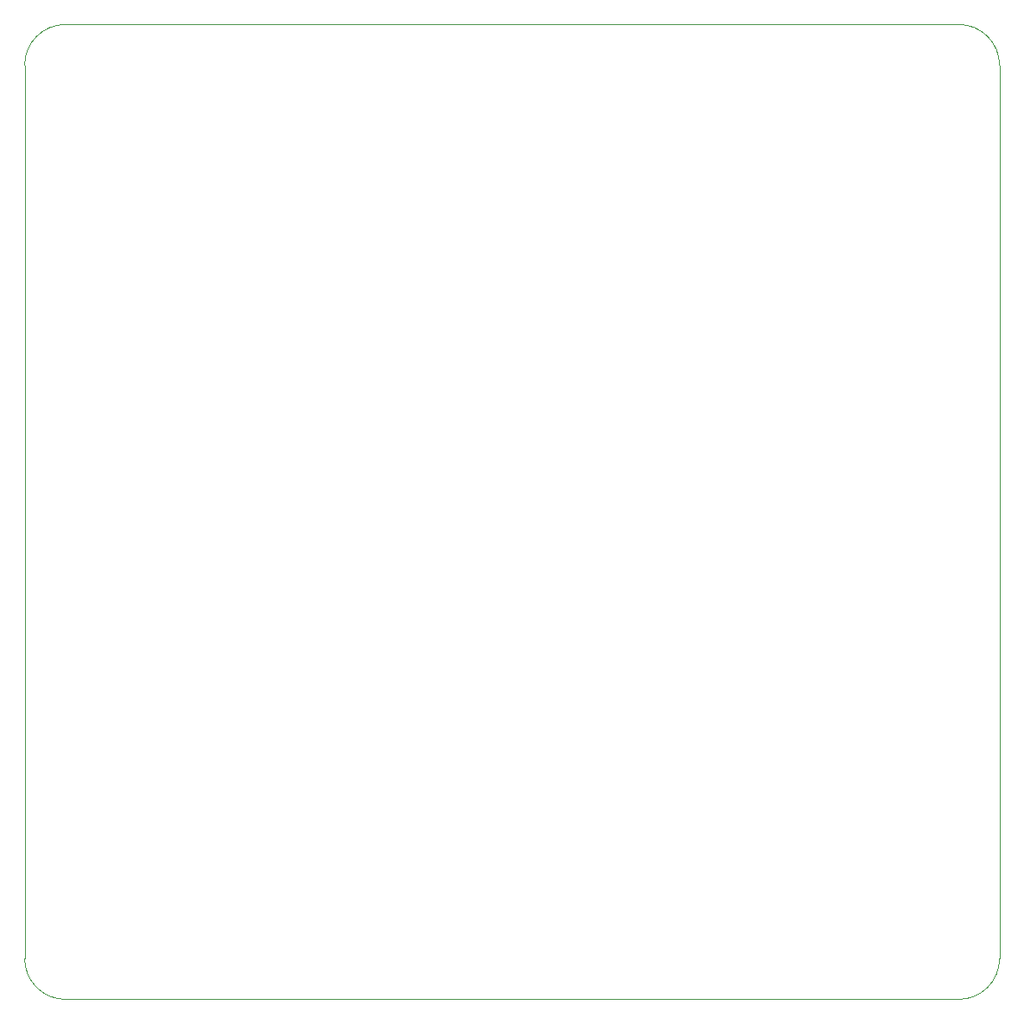
<source format=gm1>
%TF.GenerationSoftware,KiCad,Pcbnew,5.1.10*%
%TF.CreationDate,2021-11-20T16:20:21+01:00*%
%TF.ProjectId,main_pcb_front,6d61696e-5f70-4636-925f-66726f6e742e,rev?*%
%TF.SameCoordinates,PX8d24d00PY5d75c80*%
%TF.FileFunction,Profile,NP*%
%FSLAX46Y46*%
G04 Gerber Fmt 4.6, Leading zero omitted, Abs format (unit mm)*
G04 Created by KiCad (PCBNEW 5.1.10) date 2021-11-20 16:20:21*
%MOMM*%
%LPD*%
G01*
G04 APERTURE LIST*
%TA.AperFunction,Profile*%
%ADD10C,0.050000*%
%TD*%
G04 APERTURE END LIST*
D10*
X47800000Y-43800000D02*
G75*
G02*
X43800000Y-47800000I-4000000J0D01*
G01*
X-43800000Y-47800000D02*
G75*
G02*
X-47800000Y-43800000I0J4000000D01*
G01*
X-47800000Y43800000D02*
G75*
G02*
X-43800000Y47800000I4000000J0D01*
G01*
X43800000Y47800000D02*
G75*
G02*
X47800000Y43800000I0J-4000000D01*
G01*
X-47800000Y-43800000D02*
X-47800000Y43800000D01*
X43800000Y-47800000D02*
X-43800000Y-47800000D01*
X47800000Y43800000D02*
X47800000Y-43800000D01*
X-43800000Y47800000D02*
X43800000Y47800000D01*
M02*

</source>
